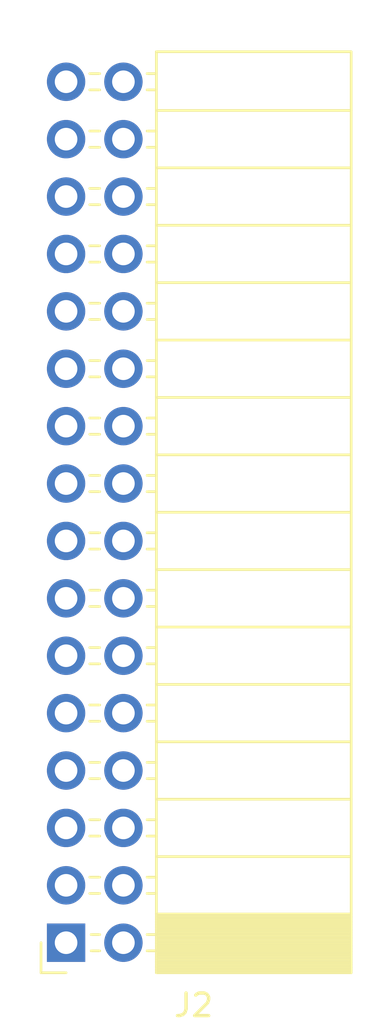
<source format=kicad_pcb>
(kicad_pcb (version 20171130) (host pcbnew "(5.1.5)-3")

  (general
    (thickness 1.6)
    (drawings 0)
    (tracks 0)
    (zones 0)
    (modules 1)
    (nets 1)
  )

  (page A4)
  (layers
    (0 F.Cu signal)
    (31 B.Cu signal)
    (32 B.Adhes user)
    (33 F.Adhes user)
    (34 B.Paste user)
    (35 F.Paste user)
    (36 B.SilkS user)
    (37 F.SilkS user)
    (38 B.Mask user)
    (39 F.Mask user)
    (40 Dwgs.User user)
    (41 Cmts.User user)
    (42 Eco1.User user)
    (43 Eco2.User user)
    (44 Edge.Cuts user)
    (45 Margin user)
    (46 B.CrtYd user)
    (47 F.CrtYd user)
    (48 B.Fab user)
    (49 F.Fab user)
  )

  (setup
    (last_trace_width 0.25)
    (trace_clearance 0.2)
    (zone_clearance 0.508)
    (zone_45_only no)
    (trace_min 0.2)
    (via_size 0.8)
    (via_drill 0.4)
    (via_min_size 0.4)
    (via_min_drill 0.3)
    (uvia_size 0.3)
    (uvia_drill 0.1)
    (uvias_allowed no)
    (uvia_min_size 0.2)
    (uvia_min_drill 0.1)
    (edge_width 0.1)
    (segment_width 0.2)
    (pcb_text_width 0.3)
    (pcb_text_size 1.5 1.5)
    (mod_edge_width 0.15)
    (mod_text_size 1 1)
    (mod_text_width 0.15)
    (pad_size 1.524 1.524)
    (pad_drill 0.762)
    (pad_to_mask_clearance 0)
    (aux_axis_origin 0 0)
    (visible_elements FFFFFF7F)
    (pcbplotparams
      (layerselection 0x010fc_ffffffff)
      (usegerberextensions false)
      (usegerberattributes false)
      (usegerberadvancedattributes false)
      (creategerberjobfile false)
      (excludeedgelayer true)
      (linewidth 0.100000)
      (plotframeref false)
      (viasonmask false)
      (mode 1)
      (useauxorigin false)
      (hpglpennumber 1)
      (hpglpenspeed 20)
      (hpglpendiameter 15.000000)
      (psnegative false)
      (psa4output false)
      (plotreference true)
      (plotvalue true)
      (plotinvisibletext false)
      (padsonsilk false)
      (subtractmaskfromsilk false)
      (outputformat 1)
      (mirror false)
      (drillshape 1)
      (scaleselection 1)
      (outputdirectory ""))
  )

  (net 0 "")

  (net_class Default "This is the default net class."
    (clearance 0.2)
    (trace_width 0.25)
    (via_dia 0.8)
    (via_drill 0.4)
    (uvia_dia 0.3)
    (uvia_drill 0.1)
  )

  (module Connector_PinSocket_2.54mm:PinSocket_2x16_P2.54mm_Horizontal (layer F.Cu) (tedit 5A19A41F) (tstamp 5E361AF5)
    (at 109.22 75.692 180)
    (descr "Through hole angled socket strip, 2x16, 2.54mm pitch, 8.51mm socket length, double cols (from Kicad 4.0.7), script generated")
    (tags "Through hole angled socket strip THT 2x16 2.54mm double row")
    (path /5E3D1E40)
    (fp_text reference J2 (at -5.65 -2.77) (layer F.SilkS)
      (effects (font (size 1 1) (thickness 0.15)))
    )
    (fp_text value Conn_02x16_Odd_Even (at -5.65 40.87) (layer F.Fab)
      (effects (font (size 1 1) (thickness 0.15)))
    )
    (fp_line (start -12.57 -1.27) (end -5.03 -1.27) (layer F.Fab) (width 0.1))
    (fp_line (start -5.03 -1.27) (end -4.06 -0.3) (layer F.Fab) (width 0.1))
    (fp_line (start -4.06 -0.3) (end -4.06 39.37) (layer F.Fab) (width 0.1))
    (fp_line (start -4.06 39.37) (end -12.57 39.37) (layer F.Fab) (width 0.1))
    (fp_line (start -12.57 39.37) (end -12.57 -1.27) (layer F.Fab) (width 0.1))
    (fp_line (start 0 -0.3) (end -4.06 -0.3) (layer F.Fab) (width 0.1))
    (fp_line (start -4.06 0.3) (end 0 0.3) (layer F.Fab) (width 0.1))
    (fp_line (start 0 0.3) (end 0 -0.3) (layer F.Fab) (width 0.1))
    (fp_line (start 0 2.24) (end -4.06 2.24) (layer F.Fab) (width 0.1))
    (fp_line (start -4.06 2.84) (end 0 2.84) (layer F.Fab) (width 0.1))
    (fp_line (start 0 2.84) (end 0 2.24) (layer F.Fab) (width 0.1))
    (fp_line (start 0 4.78) (end -4.06 4.78) (layer F.Fab) (width 0.1))
    (fp_line (start -4.06 5.38) (end 0 5.38) (layer F.Fab) (width 0.1))
    (fp_line (start 0 5.38) (end 0 4.78) (layer F.Fab) (width 0.1))
    (fp_line (start 0 7.32) (end -4.06 7.32) (layer F.Fab) (width 0.1))
    (fp_line (start -4.06 7.92) (end 0 7.92) (layer F.Fab) (width 0.1))
    (fp_line (start 0 7.92) (end 0 7.32) (layer F.Fab) (width 0.1))
    (fp_line (start 0 9.86) (end -4.06 9.86) (layer F.Fab) (width 0.1))
    (fp_line (start -4.06 10.46) (end 0 10.46) (layer F.Fab) (width 0.1))
    (fp_line (start 0 10.46) (end 0 9.86) (layer F.Fab) (width 0.1))
    (fp_line (start 0 12.4) (end -4.06 12.4) (layer F.Fab) (width 0.1))
    (fp_line (start -4.06 13) (end 0 13) (layer F.Fab) (width 0.1))
    (fp_line (start 0 13) (end 0 12.4) (layer F.Fab) (width 0.1))
    (fp_line (start 0 14.94) (end -4.06 14.94) (layer F.Fab) (width 0.1))
    (fp_line (start -4.06 15.54) (end 0 15.54) (layer F.Fab) (width 0.1))
    (fp_line (start 0 15.54) (end 0 14.94) (layer F.Fab) (width 0.1))
    (fp_line (start 0 17.48) (end -4.06 17.48) (layer F.Fab) (width 0.1))
    (fp_line (start -4.06 18.08) (end 0 18.08) (layer F.Fab) (width 0.1))
    (fp_line (start 0 18.08) (end 0 17.48) (layer F.Fab) (width 0.1))
    (fp_line (start 0 20.02) (end -4.06 20.02) (layer F.Fab) (width 0.1))
    (fp_line (start -4.06 20.62) (end 0 20.62) (layer F.Fab) (width 0.1))
    (fp_line (start 0 20.62) (end 0 20.02) (layer F.Fab) (width 0.1))
    (fp_line (start 0 22.56) (end -4.06 22.56) (layer F.Fab) (width 0.1))
    (fp_line (start -4.06 23.16) (end 0 23.16) (layer F.Fab) (width 0.1))
    (fp_line (start 0 23.16) (end 0 22.56) (layer F.Fab) (width 0.1))
    (fp_line (start 0 25.1) (end -4.06 25.1) (layer F.Fab) (width 0.1))
    (fp_line (start -4.06 25.7) (end 0 25.7) (layer F.Fab) (width 0.1))
    (fp_line (start 0 25.7) (end 0 25.1) (layer F.Fab) (width 0.1))
    (fp_line (start 0 27.64) (end -4.06 27.64) (layer F.Fab) (width 0.1))
    (fp_line (start -4.06 28.24) (end 0 28.24) (layer F.Fab) (width 0.1))
    (fp_line (start 0 28.24) (end 0 27.64) (layer F.Fab) (width 0.1))
    (fp_line (start 0 30.18) (end -4.06 30.18) (layer F.Fab) (width 0.1))
    (fp_line (start -4.06 30.78) (end 0 30.78) (layer F.Fab) (width 0.1))
    (fp_line (start 0 30.78) (end 0 30.18) (layer F.Fab) (width 0.1))
    (fp_line (start 0 32.72) (end -4.06 32.72) (layer F.Fab) (width 0.1))
    (fp_line (start -4.06 33.32) (end 0 33.32) (layer F.Fab) (width 0.1))
    (fp_line (start 0 33.32) (end 0 32.72) (layer F.Fab) (width 0.1))
    (fp_line (start 0 35.26) (end -4.06 35.26) (layer F.Fab) (width 0.1))
    (fp_line (start -4.06 35.86) (end 0 35.86) (layer F.Fab) (width 0.1))
    (fp_line (start 0 35.86) (end 0 35.26) (layer F.Fab) (width 0.1))
    (fp_line (start 0 37.8) (end -4.06 37.8) (layer F.Fab) (width 0.1))
    (fp_line (start -4.06 38.4) (end 0 38.4) (layer F.Fab) (width 0.1))
    (fp_line (start 0 38.4) (end 0 37.8) (layer F.Fab) (width 0.1))
    (fp_line (start -12.63 -1.21) (end -4 -1.21) (layer F.SilkS) (width 0.12))
    (fp_line (start -12.63 -1.091905) (end -4 -1.091905) (layer F.SilkS) (width 0.12))
    (fp_line (start -12.63 -0.97381) (end -4 -0.97381) (layer F.SilkS) (width 0.12))
    (fp_line (start -12.63 -0.855715) (end -4 -0.855715) (layer F.SilkS) (width 0.12))
    (fp_line (start -12.63 -0.73762) (end -4 -0.73762) (layer F.SilkS) (width 0.12))
    (fp_line (start -12.63 -0.619525) (end -4 -0.619525) (layer F.SilkS) (width 0.12))
    (fp_line (start -12.63 -0.50143) (end -4 -0.50143) (layer F.SilkS) (width 0.12))
    (fp_line (start -12.63 -0.383335) (end -4 -0.383335) (layer F.SilkS) (width 0.12))
    (fp_line (start -12.63 -0.26524) (end -4 -0.26524) (layer F.SilkS) (width 0.12))
    (fp_line (start -12.63 -0.147145) (end -4 -0.147145) (layer F.SilkS) (width 0.12))
    (fp_line (start -12.63 -0.02905) (end -4 -0.02905) (layer F.SilkS) (width 0.12))
    (fp_line (start -12.63 0.089045) (end -4 0.089045) (layer F.SilkS) (width 0.12))
    (fp_line (start -12.63 0.20714) (end -4 0.20714) (layer F.SilkS) (width 0.12))
    (fp_line (start -12.63 0.325235) (end -4 0.325235) (layer F.SilkS) (width 0.12))
    (fp_line (start -12.63 0.44333) (end -4 0.44333) (layer F.SilkS) (width 0.12))
    (fp_line (start -12.63 0.561425) (end -4 0.561425) (layer F.SilkS) (width 0.12))
    (fp_line (start -12.63 0.67952) (end -4 0.67952) (layer F.SilkS) (width 0.12))
    (fp_line (start -12.63 0.797615) (end -4 0.797615) (layer F.SilkS) (width 0.12))
    (fp_line (start -12.63 0.91571) (end -4 0.91571) (layer F.SilkS) (width 0.12))
    (fp_line (start -12.63 1.033805) (end -4 1.033805) (layer F.SilkS) (width 0.12))
    (fp_line (start -12.63 1.1519) (end -4 1.1519) (layer F.SilkS) (width 0.12))
    (fp_line (start -4 -0.36) (end -3.59 -0.36) (layer F.SilkS) (width 0.12))
    (fp_line (start -1.49 -0.36) (end -1.11 -0.36) (layer F.SilkS) (width 0.12))
    (fp_line (start -4 0.36) (end -3.59 0.36) (layer F.SilkS) (width 0.12))
    (fp_line (start -1.49 0.36) (end -1.11 0.36) (layer F.SilkS) (width 0.12))
    (fp_line (start -4 2.18) (end -3.59 2.18) (layer F.SilkS) (width 0.12))
    (fp_line (start -1.49 2.18) (end -1.05 2.18) (layer F.SilkS) (width 0.12))
    (fp_line (start -4 2.9) (end -3.59 2.9) (layer F.SilkS) (width 0.12))
    (fp_line (start -1.49 2.9) (end -1.05 2.9) (layer F.SilkS) (width 0.12))
    (fp_line (start -4 4.72) (end -3.59 4.72) (layer F.SilkS) (width 0.12))
    (fp_line (start -1.49 4.72) (end -1.05 4.72) (layer F.SilkS) (width 0.12))
    (fp_line (start -4 5.44) (end -3.59 5.44) (layer F.SilkS) (width 0.12))
    (fp_line (start -1.49 5.44) (end -1.05 5.44) (layer F.SilkS) (width 0.12))
    (fp_line (start -4 7.26) (end -3.59 7.26) (layer F.SilkS) (width 0.12))
    (fp_line (start -1.49 7.26) (end -1.05 7.26) (layer F.SilkS) (width 0.12))
    (fp_line (start -4 7.98) (end -3.59 7.98) (layer F.SilkS) (width 0.12))
    (fp_line (start -1.49 7.98) (end -1.05 7.98) (layer F.SilkS) (width 0.12))
    (fp_line (start -4 9.8) (end -3.59 9.8) (layer F.SilkS) (width 0.12))
    (fp_line (start -1.49 9.8) (end -1.05 9.8) (layer F.SilkS) (width 0.12))
    (fp_line (start -4 10.52) (end -3.59 10.52) (layer F.SilkS) (width 0.12))
    (fp_line (start -1.49 10.52) (end -1.05 10.52) (layer F.SilkS) (width 0.12))
    (fp_line (start -4 12.34) (end -3.59 12.34) (layer F.SilkS) (width 0.12))
    (fp_line (start -1.49 12.34) (end -1.05 12.34) (layer F.SilkS) (width 0.12))
    (fp_line (start -4 13.06) (end -3.59 13.06) (layer F.SilkS) (width 0.12))
    (fp_line (start -1.49 13.06) (end -1.05 13.06) (layer F.SilkS) (width 0.12))
    (fp_line (start -4 14.88) (end -3.59 14.88) (layer F.SilkS) (width 0.12))
    (fp_line (start -1.49 14.88) (end -1.05 14.88) (layer F.SilkS) (width 0.12))
    (fp_line (start -4 15.6) (end -3.59 15.6) (layer F.SilkS) (width 0.12))
    (fp_line (start -1.49 15.6) (end -1.05 15.6) (layer F.SilkS) (width 0.12))
    (fp_line (start -4 17.42) (end -3.59 17.42) (layer F.SilkS) (width 0.12))
    (fp_line (start -1.49 17.42) (end -1.05 17.42) (layer F.SilkS) (width 0.12))
    (fp_line (start -4 18.14) (end -3.59 18.14) (layer F.SilkS) (width 0.12))
    (fp_line (start -1.49 18.14) (end -1.05 18.14) (layer F.SilkS) (width 0.12))
    (fp_line (start -4 19.96) (end -3.59 19.96) (layer F.SilkS) (width 0.12))
    (fp_line (start -1.49 19.96) (end -1.05 19.96) (layer F.SilkS) (width 0.12))
    (fp_line (start -4 20.68) (end -3.59 20.68) (layer F.SilkS) (width 0.12))
    (fp_line (start -1.49 20.68) (end -1.05 20.68) (layer F.SilkS) (width 0.12))
    (fp_line (start -4 22.5) (end -3.59 22.5) (layer F.SilkS) (width 0.12))
    (fp_line (start -1.49 22.5) (end -1.05 22.5) (layer F.SilkS) (width 0.12))
    (fp_line (start -4 23.22) (end -3.59 23.22) (layer F.SilkS) (width 0.12))
    (fp_line (start -1.49 23.22) (end -1.05 23.22) (layer F.SilkS) (width 0.12))
    (fp_line (start -4 25.04) (end -3.59 25.04) (layer F.SilkS) (width 0.12))
    (fp_line (start -1.49 25.04) (end -1.05 25.04) (layer F.SilkS) (width 0.12))
    (fp_line (start -4 25.76) (end -3.59 25.76) (layer F.SilkS) (width 0.12))
    (fp_line (start -1.49 25.76) (end -1.05 25.76) (layer F.SilkS) (width 0.12))
    (fp_line (start -4 27.58) (end -3.59 27.58) (layer F.SilkS) (width 0.12))
    (fp_line (start -1.49 27.58) (end -1.05 27.58) (layer F.SilkS) (width 0.12))
    (fp_line (start -4 28.3) (end -3.59 28.3) (layer F.SilkS) (width 0.12))
    (fp_line (start -1.49 28.3) (end -1.05 28.3) (layer F.SilkS) (width 0.12))
    (fp_line (start -4 30.12) (end -3.59 30.12) (layer F.SilkS) (width 0.12))
    (fp_line (start -1.49 30.12) (end -1.05 30.12) (layer F.SilkS) (width 0.12))
    (fp_line (start -4 30.84) (end -3.59 30.84) (layer F.SilkS) (width 0.12))
    (fp_line (start -1.49 30.84) (end -1.05 30.84) (layer F.SilkS) (width 0.12))
    (fp_line (start -4 32.66) (end -3.59 32.66) (layer F.SilkS) (width 0.12))
    (fp_line (start -1.49 32.66) (end -1.05 32.66) (layer F.SilkS) (width 0.12))
    (fp_line (start -4 33.38) (end -3.59 33.38) (layer F.SilkS) (width 0.12))
    (fp_line (start -1.49 33.38) (end -1.05 33.38) (layer F.SilkS) (width 0.12))
    (fp_line (start -4 35.2) (end -3.59 35.2) (layer F.SilkS) (width 0.12))
    (fp_line (start -1.49 35.2) (end -1.05 35.2) (layer F.SilkS) (width 0.12))
    (fp_line (start -4 35.92) (end -3.59 35.92) (layer F.SilkS) (width 0.12))
    (fp_line (start -1.49 35.92) (end -1.05 35.92) (layer F.SilkS) (width 0.12))
    (fp_line (start -4 37.74) (end -3.59 37.74) (layer F.SilkS) (width 0.12))
    (fp_line (start -1.49 37.74) (end -1.05 37.74) (layer F.SilkS) (width 0.12))
    (fp_line (start -4 38.46) (end -3.59 38.46) (layer F.SilkS) (width 0.12))
    (fp_line (start -1.49 38.46) (end -1.05 38.46) (layer F.SilkS) (width 0.12))
    (fp_line (start -12.63 1.27) (end -4 1.27) (layer F.SilkS) (width 0.12))
    (fp_line (start -12.63 3.81) (end -4 3.81) (layer F.SilkS) (width 0.12))
    (fp_line (start -12.63 6.35) (end -4 6.35) (layer F.SilkS) (width 0.12))
    (fp_line (start -12.63 8.89) (end -4 8.89) (layer F.SilkS) (width 0.12))
    (fp_line (start -12.63 11.43) (end -4 11.43) (layer F.SilkS) (width 0.12))
    (fp_line (start -12.63 13.97) (end -4 13.97) (layer F.SilkS) (width 0.12))
    (fp_line (start -12.63 16.51) (end -4 16.51) (layer F.SilkS) (width 0.12))
    (fp_line (start -12.63 19.05) (end -4 19.05) (layer F.SilkS) (width 0.12))
    (fp_line (start -12.63 21.59) (end -4 21.59) (layer F.SilkS) (width 0.12))
    (fp_line (start -12.63 24.13) (end -4 24.13) (layer F.SilkS) (width 0.12))
    (fp_line (start -12.63 26.67) (end -4 26.67) (layer F.SilkS) (width 0.12))
    (fp_line (start -12.63 29.21) (end -4 29.21) (layer F.SilkS) (width 0.12))
    (fp_line (start -12.63 31.75) (end -4 31.75) (layer F.SilkS) (width 0.12))
    (fp_line (start -12.63 34.29) (end -4 34.29) (layer F.SilkS) (width 0.12))
    (fp_line (start -12.63 36.83) (end -4 36.83) (layer F.SilkS) (width 0.12))
    (fp_line (start -12.63 -1.33) (end -4 -1.33) (layer F.SilkS) (width 0.12))
    (fp_line (start -4 -1.33) (end -4 39.43) (layer F.SilkS) (width 0.12))
    (fp_line (start -12.63 39.43) (end -4 39.43) (layer F.SilkS) (width 0.12))
    (fp_line (start -12.63 -1.33) (end -12.63 39.43) (layer F.SilkS) (width 0.12))
    (fp_line (start 1.11 -1.33) (end 1.11 0) (layer F.SilkS) (width 0.12))
    (fp_line (start 0 -1.33) (end 1.11 -1.33) (layer F.SilkS) (width 0.12))
    (fp_line (start 1.8 -1.8) (end -13.05 -1.8) (layer F.CrtYd) (width 0.05))
    (fp_line (start -13.05 -1.8) (end -13.05 39.9) (layer F.CrtYd) (width 0.05))
    (fp_line (start -13.05 39.9) (end 1.8 39.9) (layer F.CrtYd) (width 0.05))
    (fp_line (start 1.8 39.9) (end 1.8 -1.8) (layer F.CrtYd) (width 0.05))
    (fp_text user %R (at -8.315 19.05) (layer F.Fab)
      (effects (font (size 1 1) (thickness 0.15)))
    )
    (pad 1 thru_hole rect (at 0 0 180) (size 1.7 1.7) (drill 1) (layers *.Cu *.Mask))
    (pad 2 thru_hole oval (at -2.54 0 180) (size 1.7 1.7) (drill 1) (layers *.Cu *.Mask))
    (pad 3 thru_hole oval (at 0 2.54 180) (size 1.7 1.7) (drill 1) (layers *.Cu *.Mask))
    (pad 4 thru_hole oval (at -2.54 2.54 180) (size 1.7 1.7) (drill 1) (layers *.Cu *.Mask))
    (pad 5 thru_hole oval (at 0 5.08 180) (size 1.7 1.7) (drill 1) (layers *.Cu *.Mask))
    (pad 6 thru_hole oval (at -2.54 5.08 180) (size 1.7 1.7) (drill 1) (layers *.Cu *.Mask))
    (pad 7 thru_hole oval (at 0 7.62 180) (size 1.7 1.7) (drill 1) (layers *.Cu *.Mask))
    (pad 8 thru_hole oval (at -2.54 7.62 180) (size 1.7 1.7) (drill 1) (layers *.Cu *.Mask))
    (pad 9 thru_hole oval (at 0 10.16 180) (size 1.7 1.7) (drill 1) (layers *.Cu *.Mask))
    (pad 10 thru_hole oval (at -2.54 10.16 180) (size 1.7 1.7) (drill 1) (layers *.Cu *.Mask))
    (pad 11 thru_hole oval (at 0 12.7 180) (size 1.7 1.7) (drill 1) (layers *.Cu *.Mask))
    (pad 12 thru_hole oval (at -2.54 12.7 180) (size 1.7 1.7) (drill 1) (layers *.Cu *.Mask))
    (pad 13 thru_hole oval (at 0 15.24 180) (size 1.7 1.7) (drill 1) (layers *.Cu *.Mask))
    (pad 14 thru_hole oval (at -2.54 15.24 180) (size 1.7 1.7) (drill 1) (layers *.Cu *.Mask))
    (pad 15 thru_hole oval (at 0 17.78 180) (size 1.7 1.7) (drill 1) (layers *.Cu *.Mask))
    (pad 16 thru_hole oval (at -2.54 17.78 180) (size 1.7 1.7) (drill 1) (layers *.Cu *.Mask))
    (pad 17 thru_hole oval (at 0 20.32 180) (size 1.7 1.7) (drill 1) (layers *.Cu *.Mask))
    (pad 18 thru_hole oval (at -2.54 20.32 180) (size 1.7 1.7) (drill 1) (layers *.Cu *.Mask))
    (pad 19 thru_hole oval (at 0 22.86 180) (size 1.7 1.7) (drill 1) (layers *.Cu *.Mask))
    (pad 20 thru_hole oval (at -2.54 22.86 180) (size 1.7 1.7) (drill 1) (layers *.Cu *.Mask))
    (pad 21 thru_hole oval (at 0 25.4 180) (size 1.7 1.7) (drill 1) (layers *.Cu *.Mask))
    (pad 22 thru_hole oval (at -2.54 25.4 180) (size 1.7 1.7) (drill 1) (layers *.Cu *.Mask))
    (pad 23 thru_hole oval (at 0 27.94 180) (size 1.7 1.7) (drill 1) (layers *.Cu *.Mask))
    (pad 24 thru_hole oval (at -2.54 27.94 180) (size 1.7 1.7) (drill 1) (layers *.Cu *.Mask))
    (pad 25 thru_hole oval (at 0 30.48 180) (size 1.7 1.7) (drill 1) (layers *.Cu *.Mask))
    (pad 26 thru_hole oval (at -2.54 30.48 180) (size 1.7 1.7) (drill 1) (layers *.Cu *.Mask))
    (pad 27 thru_hole oval (at 0 33.02 180) (size 1.7 1.7) (drill 1) (layers *.Cu *.Mask))
    (pad 28 thru_hole oval (at -2.54 33.02 180) (size 1.7 1.7) (drill 1) (layers *.Cu *.Mask))
    (pad 29 thru_hole oval (at 0 35.56 180) (size 1.7 1.7) (drill 1) (layers *.Cu *.Mask))
    (pad 30 thru_hole oval (at -2.54 35.56 180) (size 1.7 1.7) (drill 1) (layers *.Cu *.Mask))
    (pad 31 thru_hole oval (at 0 38.1 180) (size 1.7 1.7) (drill 1) (layers *.Cu *.Mask))
    (pad 32 thru_hole oval (at -2.54 38.1 180) (size 1.7 1.7) (drill 1) (layers *.Cu *.Mask))
    (model ${KISYS3DMOD}/Connector_PinSocket_2.54mm.3dshapes/PinSocket_2x16_P2.54mm_Horizontal.wrl
      (at (xyz 0 0 0))
      (scale (xyz 1 1 1))
      (rotate (xyz 0 0 0))
    )
  )

)

</source>
